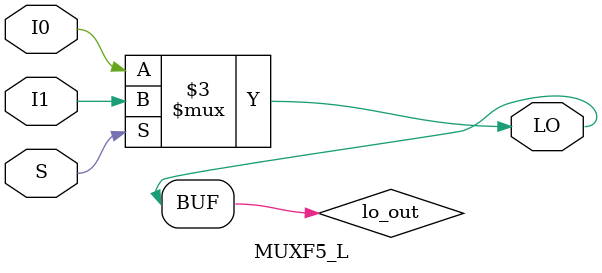
<source format=v>

/*

FUNCTION	: 2 to 1 Multiplexer for Carry Logic

*/

`timescale  100 ps / 10 ps


module MUXF5_L (LO, I0, I1, S);

    output LO;
    reg    lo_out;

    input  I0, I1, S;

    buf B1 (LO, lo_out);

	always @(I0 or I1 or S) begin
	    if (S)
		lo_out <= I1;
	    else
		lo_out <= I0;
	end

    specify
	(I0 => LO) = (0, 0);
	(I1 => LO) = (0, 0);
	(S  => LO) = (0, 0);
    endspecify

endmodule


</source>
